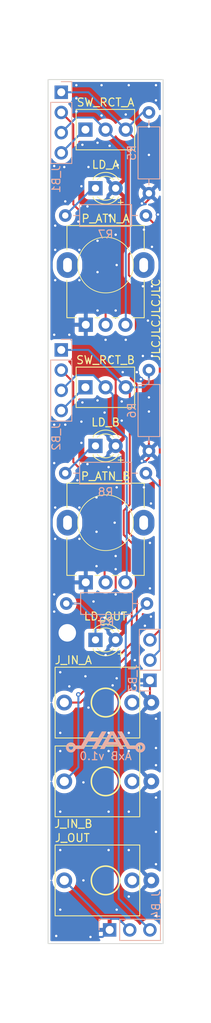
<source format=kicad_pcb>
(kicad_pcb (version 20240108) (generator "pcbnew") (generator_version "8.0")
  (title_block (rev "v1.0"))
  (layers (0 "F.Cu" signal) (31 "B.Cu" signal) (34 "B.Paste" user) (35 "F.Paste" user) (36 "B.SilkS" user "B.Silkscreen") (37 "F.SilkS" user "F.Silkscreen") (38 "B.Mask" user) (39 "F.Mask" user) (44 "Edge.Cuts" user))
  (net 0 "")
  (net 1 "GND")
  (net 2 "Net-(J_B4-Pin_2)")
  (net 3 "Net-(LD_OUT1-K)")
  (net 4 "Net-(J_B4-Pin_3)")
  (net 5 "Net-(J_B3-Pin_2)")
  (net 6 "Net-(LD_B1-K)")
  (net 7 "Net-(J_B3-Pin_3)")
  (net 8 "Net-(LD_A1-K)")
  (net 9 "Net-(J_B2-Pin_1)")
  (net 10 "Net-(J_B1-Pin_1)")
  (net 11 "Net-(J_B2-Pin_3)")
  (net 12 "Net-(J_B2-Pin_4)")
  (net 13 "Net-(J_B1-Pin_3)")
  (net 14 "Net-(J_B1-Pin_4)")
  (net 15 "Net-(J_B1-Pin_2)")
  (net 16 "Net-(J_B2-Pin_2)")
  (footprint "LED_THT:LED_D3.0mm_FlatTop" (layer "F.Cu") (at 62.225 41.91)
    (property "Reference" "LD_A" (at 1.27 -2.96 0) (layer "F.SilkS"))
    (property "Value" "LED (Bi)")
    (pad "1" thru_hole rect (at 0 0) (size 1.8 1.8) (drill 0.9) (layers "*.Cu" "*.Mask") (net 8 "Net-(LD_A1-K)"))
    (pad "2" thru_hole circle (at 2.54 0) (size 1.8 1.8) (drill 0.9) (layers "*.Cu" "*.Mask") (net 1 "GND"))
  )
  (footprint "Eurorack:PJ301M-12" (layer "F.Cu") (at 63.5 106.553 90)
    (property "Reference" "J_IN_A" (at 5.334 -4.064 0) (layer "F.SilkS"))
    (property "Value" "PJ301M-12" (hide yes))
    (pad "GND" thru_hole circle (at 0 5.766 90) (size 2 2) (drill 0.9) (layers "*.Cu" "*.Mask") (net 1 "GND"))
    (pad "SIG" thru_hole circle (at 0 -5.207 90) (size 2 2) (drill 1.15) (layers "*.Cu" "*.Mask") (net 10 "Net-(J_B1-Pin_1)"))
    (pad "SW" thru_hole circle (at 0 3.353 90) (size 2 2) (drill 1.14) (layers "*.Cu" "*.Mask"))
    (zone (net 0) (net_name "") (layer "F.Cu") (connect_pads (clearance 0)) (min_thickness 0.254)
      (keepout (tracks not_allowed) (vias not_allowed) (pads not_allowed) (copperpour not_allowed) (footprints allowed))
      (fill (thermal_gap 0.508) (thermal_bridge_width 0.508))
      (polygon (pts (xy 63.5 105.047859) (xy 63.254171 105.06807) (xy 63.014945 105.128159) (xy 62.788744 105.226514) (xy 62.581645 105.360492) (xy 62.39921 105.526496) (xy 62.246336 105.720068) (xy 62.127131 105.936008) (xy 62.044794 106.168518) (xy 62.001539 106.411354) (xy 61.998525 106.657993) (xy 62.035835 106.901813) (xy 62.112466 107.136266) (xy 62.22636 107.355054) (xy 62.374458 107.552303) (xy 62.552784 107.722714) (xy 62.756548 107.861712) (xy 62.980278 107.965564) (xy 63.217965 108.031481) (xy 63.463226 108.057692) (xy 63.709475 108.043493) (xy 63.950099 107.989266) (xy 64.178634 107.896468) (xy 64.388945 107.767589) (xy 64.575382 107.606092) (xy 64.732939 107.416313) (xy 64.857385 107.20335) (xy 64.945377 106.972921) (xy 64.994553 106.731215) (xy 65.003592 106.484722) (xy 64.97225 106.240064) (xy 64.90137 106.003809) (xy 64.792856 105.782303) (xy 64.649621 105.581495) (xy 64.475512 105.406777) (xy 64.275205 105.262842) (xy 64.054079 105.153555) (xy 63.818074 105.081851) (xy 63.573526 105.049656)))
    )
  )
  (footprint "LED_THT:LED_D3.0mm_FlatTop" (layer "F.Cu") (at 62.225 98.679)
    (property "Reference" "LD_OUT" (at 1.27 -2.96 0) (layer "F.SilkS"))
    (property "Value" "LED (Bi)")
    (pad "1" thru_hole rect (at 0 0) (size 1.8 1.8) (drill 0.9) (layers "*.Cu" "*.Mask") (net 3 "Net-(LD_OUT1-K)"))
    (pad "2" thru_hole circle (at 2.54 0) (size 1.8 1.8) (drill 0.9) (layers "*.Cu" "*.Mask") (net 1 "GND"))
  )
  (footprint "Eurorack:SPDT" (layer "F.Cu") (at 63.5 34.544 90)
    (property "Reference" "SW_RCT_A" (at 3.429 0 0) (layer "F.SilkS"))
    (property "Value" "SW_SPDT")
    (pad "1" thru_hole rect (at 0 -2.54 90) (size 1.8 1.8) (drill 1) (layers "*.Cu" "*.Mask") (net 14 "Net-(J_B1-Pin_4)"))
    (pad "2" thru_hole circle (at 0 0 90) (size 1.8 1.8) (drill 1) (layers "*.Cu" "*.Mask") (net 13 "Net-(J_B1-Pin_3)"))
    (pad "3" thru_hole circle (at 0 2.54 90) (size 1.8 1.8) (drill 1) (layers "*.Cu" "*.Mask") (net 10 "Net-(J_B1-Pin_1)"))
  )
  (footprint "Eurorack:PJ301M-12" (layer "F.Cu") (at 63.5 128.905 90)
    (property "Reference" "J_OUT" (at 5.334 -4.191 0) (layer "F.SilkS"))
    (property "Value" "PJ301M-12" (hide yes))
    (pad "GND" thru_hole circle (at 0 5.766 90) (size 2 2) (drill 0.9) (layers "*.Cu" "*.Mask") (net 1 "GND"))
    (pad "SIG" thru_hole circle (at 0 -5.207 90) (size 2 2) (drill 1.15) (layers "*.Cu" "*.Mask") (net 2 "Net-(J_B4-Pin_2)"))
    (pad "SW" thru_hole circle (at 0 3.353 90) (size 2 2) (drill 1.14) (layers "*.Cu" "*.Mask"))
    (zone (net 0) (net_name "") (layer "F.Cu") (connect_pads (clearance 0)) (min_thickness 0.254)
      (keepout (tracks not_allowed) (vias not_allowed) (pads not_allowed) (copperpour not_allowed) (footprints allowed))
      (fill (thermal_gap 0.508) (thermal_bridge_width 0.508))
      (polygon (pts (xy 63.5 127.399859) (xy 63.254171 127.42007) (xy 63.014945 127.480159) (xy 62.788744 127.578514) (xy 62.581645 127.712492) (xy 62.39921 127.878496) (xy 62.246336 128.072068) (xy 62.127131 128.288008) (xy 62.044794 128.520518) (xy 62.001539 128.763354) (xy 61.998525 129.009993) (xy 62.035835 129.253813) (xy 62.112466 129.488266) (xy 62.22636 129.707054) (xy 62.374458 129.904303) (xy 62.552784 130.074714) (xy 62.756548 130.213712) (xy 62.980278 130.317564) (xy 63.217965 130.383481) (xy 63.463226 130.409692) (xy 63.709475 130.395493) (xy 63.950099 130.341266) (xy 64.178634 130.248468) (xy 64.388945 130.119589) (xy 64.575382 129.958092) (xy 64.732939 129.768313) (xy 64.857385 129.55535) (xy 64.945377 129.324921) (xy 64.994553 129.083215) (xy 65.003592 128.836722) (xy 64.97225 128.592064) (xy 64.90137 128.355809) (xy 64.792856 128.134303) (xy 64.649621 127.933495) (xy 64.475512 127.758777) (xy 64.275205 127.614842) (xy 64.054079 127.505555) (xy 63.818074 127.433851) (xy 63.573526 127.401656)))
    )
  )
  (footprint "LED_THT:LED_D3.0mm_FlatTop" (layer "F.Cu") (at 62.225 74.295)
    (property "Reference" "LD_B" (at 1.27 -2.96 0) (layer "F.SilkS"))
    (property "Value" "LED (Bi)")
    (pad "1" thru_hole rect (at 0 0) (size 1.8 1.8) (drill 0.9) (layers "*.Cu" "*.Mask") (net 6 "Net-(LD_B1-K)"))
    (pad "2" thru_hole circle (at 2.54 0) (size 1.8 1.8) (drill 0.9) (layers "*.Cu" "*.Mask") (net 1 "GND"))
  )
  (footprint "Eurorack:M2 Screw Hole" (layer "F.Cu") (at 58.674 97.79)
    (property "Reference" "REF**" (hide yes))
    (property "Value" "M2 Screw Hole" (hide yes))
    (pad "" thru_hole circle (at 0 0) (size 3.8 3.8) (drill 2.2) (layers "*.Cu" "*.Mask") (net 1 "GND"))
  )
  (footprint "Eurorack:Potentiometer Alpha RD901F-40-00D" (layer "F.Cu") (at 63.5 51.5702 90)
    (property "Reference" "P_ATN_A" (at 5.8502 0 0) (layer "F.SilkS"))
    (property "Value" "B50k" (hide yes))
    (pad "" thru_hole oval (at 0.0052 -4.8 180) (size 2.72 3.24) (drill oval 1.1 1.8) (layers "*.Cu" "*.Mask"))
    (pad "" thru_hole oval (at 0.0052 4.8 180) (size 2.72 3.24) (drill oval 1.1 1.8) (layers "*.Cu" "*.Mask"))
    (pad "1" thru_hole rect (at -7.4948 -2.5 180) (size 1.8 1.8) (drill 1) (layers "*.Cu" "*.Mask") (net 1 "GND"))
    (pad "2" thru_hole circle (at -7.4948 0 180) (size 1.8 1.8) (drill 1) (layers "*.Cu" "*.Mask") (net 15 "Net-(J_B1-Pin_2)"))
    (pad "3" thru_hole circle (at -7.4948 2.5 180) (size 1.8 1.8) (drill 1) (layers "*.Cu" "*.Mask") (net 13 "Net-(J_B1-Pin_3)"))
  )
  (footprint "Eurorack:Potentiometer Alpha RD901F-40-00D" (layer "F.Cu") (at 63.5 83.9552 90)
    (property "Reference" "P_ATN_B" (at 5.8502 0 0) (layer "F.SilkS"))
    (property "Value" "B50k" (hide yes))
    (pad "" thru_hole oval (at 0.0052 -4.8 180) (size 2.72 3.24) (drill oval 1.1 1.8) (layers "*.Cu" "*.Mask"))
    (pad "" thru_hole oval (at 0.0052 4.8 180) (size 2.72 3.24) (drill oval 1.1 1.8) (layers "*.Cu" "*.Mask"))
    (pad "1" thru_hole rect (at -7.4948 -2.5 180) (size 1.8 1.8) (drill 1) (layers "*.Cu" "*.Mask") (net 1 "GND"))
    (pad "2" thru_hole circle (at -7.4948 0 180) (size 1.8 1.8) (drill 1) (layers "*.Cu" "*.Mask") (net 16 "Net-(J_B2-Pin_2)"))
    (pad "3" thru_hole circle (at -7.4948 2.5 180) (size 1.8 1.8) (drill 1) (layers "*.Cu" "*.Mask") (net 11 "Net-(J_B2-Pin_3)"))
  )
  (footprint "Eurorack:PJ301M-12" (layer "F.Cu") (at 63.5 116.459 90)
    (property "Reference" "J_IN_B" (at -5.334 -4.064 0) (layer "F.SilkS"))
    (property "Value" "PJ301M-12" (hide yes))
    (pad "GND" thru_hole circle (at 0 5.766 90) (size 2 2) (drill 0.9) (layers "*.Cu" "*.Mask") (net 1 "GND"))
    (pad "SIG" thru_hole circle (at 0 -5.207 90) (size 2 2) (drill 1.15) (layers "*.Cu" "*.Mask") (net 9 "Net-(J_B2-Pin_1)"))
    (pad "SW" thru_hole circle (at 0 3.353 90) (size 2 2) (drill 1.14) (layers "*.Cu" "*.Mask"))
    (zone (net 0) (net_name "") (layer "F.Cu") (connect_pads (clearance 0)) (min_thickness 0.254)
      (keepout (tracks not_allowed) (vias not_allowed) (pads not_allowed) (copperpour not_allowed) (footprints allowed))
      (fill (thermal_gap 0.508) (thermal_bridge_width 0.508))
      (polygon (pts (xy 63.5 114.953859) (xy 63.254171 114.97407) (xy 63.014945 115.034159) (xy 62.788744 115.132514) (xy 62.581645 115.266492) (xy 62.39921 115.432496) (xy 62.246336 115.626068) (xy 62.127131 115.842008) (xy 62.044794 116.074518) (xy 62.001539 116.317354) (xy 61.998525 116.563993) (xy 62.035835 116.807813) (xy 62.112466 117.042266) (xy 62.22636 117.261054) (xy 62.374458 117.458303) (xy 62.552784 117.628714) (xy 62.756548 117.767712) (xy 62.980278 117.871564) (xy 63.217965 117.937481) (xy 63.463226 117.963692) (xy 63.709475 117.949493) (xy 63.950099 117.895266) (xy 64.178634 117.802468) (xy 64.388945 117.673589) (xy 64.575382 117.512092) (xy 64.732939 117.322313) (xy 64.857385 117.10935) (xy 64.945377 116.878921) (xy 64.994553 116.637215) (xy 65.003592 116.390722) (xy 64.97225 116.146064) (xy 64.90137 115.909809) (xy 64.792856 115.688303) (xy 64.649621 115.487495) (xy 64.475512 115.312777) (xy 64.275205 115.168842) (xy 64.054079 115.059555) (xy 63.818074 114.987851) (xy 63.573526 114.955656)))
    )
  )
  (footprint "Eurorack:SPDT" (layer "F.Cu") (at 63.5 66.929 90)
    (property "Reference" "SW_RCT_B" (at 3.429 0 0) (layer "F.SilkS"))
    (property "Value" "SW_SPDT")
    (pad "1" thru_hole rect (at 0 -2.54 90) (size 1.8 1.8) (drill 1) (layers "*.Cu" "*.Mask") (net 12 "Net-(J_B2-Pin_4)"))
    (pad "2" thru_hole circle (at 0 0 90) (size 1.8 1.8) (drill 1) (layers "*.Cu" "*.Mask") (net 11 "Net-(J_B2-Pin_3)"))
    (pad "3" thru_hole circle (at 0 2.54 90) (size 1.8 1.8) (drill 1) (layers "*.Cu" "*.Mask") (net 9 "Net-(J_B2-Pin_1)"))
  )
  (footprint "Resistor_THT:R_Axial_DIN0207_L6.3mm_D2.5mm_P10.16mm_Horizontal" (layer "B.Cu") (at 58.42 77.724)
    (property "Reference" "R8" (at 5.08 2.37 0) (layer "B.SilkS") (effects (justify mirror)))
    (property "Value" "1k")
    (pad "1" thru_hole circle (at 0 0) (size 1.6 1.6) (drill 0.8) (layers "*.Cu" "*.Mask") (net 6 "Net-(LD_B1-K)"))
    (pad "2" thru_hole oval (at 10.16 0) (size 1.6 1.6) (drill 0.8) (layers "*.Cu" "*.Mask") (net 5 "Net-(J_B3-Pin_2)"))
  )
  (footprint "Resistor_THT:R_Axial_DIN0207_L6.3mm_D2.5mm_P10.16mm_Horizontal" (layer "B.Cu") (at 58.547 94.107)
    (property "Reference" "R9" (at 5.08 2.286 0) (layer "B.SilkS") (effects (justify mirror)))
    (property "Value" "1k")
    (pad "1" thru_hole circle (at 0 0) (size 1.6 1.6) (drill 0.8) (layers "*.Cu" "*.Mask") (net 3 "Net-(LD_OUT1-K)"))
    (pad "2" thru_hole oval (at 10.16 0) (size 1.6 1.6) (drill 0.8) (layers "*.Cu" "*.Mask") (net 4 "Net-(J_B4-Pin_3)"))
  )
  (footprint "Connector_PinHeader_2.54mm:PinHeader_1x04_P2.54mm_Vertical" (layer "B.Cu") (at 57.912 29.845 180)
    (property "Reference" "J_B1" (at 0.635 -10.922 -90) (layer "B.SilkS") (effects (justify mirror)))
    (property "Value" "Conn_01x04_Female")
    (pad "1" thru_hole rect (at 0 0 180) (size 1.7 1.7) (drill 1) (layers "*.Cu" "*.Mask") (net 10 "Net-(J_B1-Pin_1)"))
    (pad "2" thru_hole oval (at 0 -2.54 180) (size 1.7 1.7) (drill 1) (layers "*.Cu" "*.Mask") (net 15 "Net-(J_B1-Pin_2)"))
    (pad "3" thru_hole oval (at 0 -5.08 180) (size 1.7 1.7) (drill 1) (layers "*.Cu" "*.Mask") (net 13 "Net-(J_B1-Pin_3)"))
    (pad "4" thru_hole oval (at 0 -7.62 180) (size 1.7 1.7) (drill 1) (layers "*.Cu" "*.Mask") (net 14 "Net-(J_B1-Pin_4)"))
  )
  (footprint "Connector_PinHeader_2.54mm:PinHeader_1x04_P2.54mm_Vertical" (layer "B.Cu") (at 57.912 62.23 180)
    (property "Reference" "J_B2" (at 0.635 -10.922 -90) (layer "B.SilkS") (effects (justify mirror)))
    (property "Value" "Conn_01x04_Female")
    (pad "1" thru_hole rect (at 0 0 180) (size 1.7 1.7) (drill 1) (layers "*.Cu" "*.Mask") (net 9 "Net-(J_B2-Pin_1)"))
    (pad "2" thru_hole oval (at 0 -2.54 180) (size 1.7 1.7) (drill 1) (layers "*.Cu" "*.Mask") (net 16 "Net-(J_B2-Pin_2)"))
    (pad "3" thru_hole oval (at 0 -5.08 180) (size 1.7 1.7) (drill 1) (layers "*.Cu" "*.Mask") (net 11 "Net-(J_B2-Pin_3)"))
    (pad "4" thru_hole oval (at 0 -7.62 180) (size 1.7 1.7) (drill 1) (layers "*.Cu" "*.Mask") (net 12 "Net-(J_B2-Pin_4)"))
  )
  (footprint "Resistor_THT:R_Axial_DIN0207_L6.3mm_D2.5mm_P10.16mm_Horizontal" (layer "B.Cu") (at 68.961 74.93 90)
    (property "Reference" "R6" (at 5.08 -2.159 -90) (layer "B.SilkS") (effects (justify mirror)))
    (property "Value" "100k")
    (pad "1" thru_hole circle (at 0 0 90) (size 1.6 1.6) (drill 0.8) (layers "*.Cu" "*.Mask") (net 1 "GND"))
    (pad "2" thru_hole oval (at 10.16 0 90) (size 1.6 1.6) (drill 0.8) (layers "*.Cu" "*.Mask") (net 9 "Net-(J_B2-Pin_1)"))
  )
  (footprint "Connector_PinHeader_2.54mm:PinHeader_1x03_P2.54mm_Vertical" (layer "B.Cu") (at 64.008 135.128 -90)
    (property "Reference" "J_B4" (at -3.175 -5.842 -90) (layer "B.SilkS") (effects (justify mirror)))
    (property "Value" "Conn_01x03_Female")
    (pad "1" thru_hole rect (at 0 0 270) (size 1.7 1.7) (drill 1) (layers "*.Cu" "*.Mask") (net 1 "GND"))
    (pad "2" thru_hole oval (at 0 -2.54 270) (size 1.7 1.7) (drill 1) (layers "*.Cu" "*.Mask") (net 2 "Net-(J_B4-Pin_2)"))
    (pad "3" thru_hole oval (at 0 -5.08 270) (size 1.7 1.7) (drill 1) (layers "*.Cu" "*.Mask") (net 4 "Net-(J_B4-Pin_3)"))
  )
  (footprint "Logos:Avalon Harmonics Small 10mm" (layer "B.Cu") (at 63.5 111.506 180)
    (property "Reference" "G***" (hide yes))
    (property "Value" "LOGO" (hide yes))
  )
  (footprint "Resistor_THT:R_Axial_DIN0207_L6.3mm_D2.5mm_P10.16mm_Horizontal" (layer "B.Cu") (at 58.42 45.339)
    (property "Reference" "R7" (at 5.08 2.37 0) (layer "B.SilkS") (effects (justify mirror)))
    (property "Value" "1k")
    (pad "1" thru_hole circle (at 0 0) (size 1.6 1.6) (drill 0.8) (layers "*.Cu" "*.Mask") (net 8 "Net-(LD_A1-K)"))
    (pad "2" thru_hole oval (at 10.16 0) (size 1.6 1.6) (drill 0.8) (layers "*.Cu" "*.Mask") (net 7 "Net-(J_B3-Pin_3)"))
  )
  (footprint "Connector_PinHeader_2.54mm:PinHeader_1x03_P2.54mm_Vertical" (layer "B.Cu") (at 69.088 103.759)
    (property "Reference" "J_B3" (at -2.159 -0.254 90) (layer "B.SilkS") (effects (justify mirror)))
    (property "Value" "Conn_01x03_Female")
    (pad "1" thru_hole rect (at 0 0) (size 1.7 1.7) (drill 1) (layers "*.Cu" "*.Mask") (net 1 "GND"))
    (pad "2" thru_hole oval (at 0 -2.54) (size 1.7 1.7) (drill 1) (layers "*.Cu" "*.Mask") (net 5 "Net-(J_B3-Pin_2)"))
    (pad "3" thru_hole oval (at 0 -5.08) (size 1.7 1.7) (drill 1) (layers "*.Cu" "*.Mask") (net 7 "Net-(J_B3-Pin_3)"))
  )
  (footprint "Resistor_THT:R_Axial_DIN0207_L6.3mm_D2.5mm_P10.16mm_Horizontal" (layer "B.Cu") (at 68.961 42.545 90)
    (property "Reference" "R5" (at 5.08 -2.159 -90) (layer "B.SilkS") (effects (justify mirror)))
    (property "Value" "100k")
    (pad "1" thru_hole circle (at 0 0 90) (size 1.6 1.6) (drill 0.8) (layers "*.Cu" "*.Mask") (net 1 "GND"))
    (pad "2" thru_hole oval (at 10.16 0 90) (size 1.6 1.6) (drill 0.8) (layers "*.Cu" "*.Mask") (net 10 "Net-(J_B1-Pin_1)"))
  )
  (gr_rect (start 56.25 28.25) (end 70.75 136.85) (stroke (width 0.1)) (fill none) (layer "Edge.Cuts"))
  (gr_text "AxB v1.0" (at 63.5 113.284 0) (layer "B.SilkS") (effects (font (size 1 1)) (justify mirror)))
  (gr_text "JLCJLCJLCJLC" (at 69.85 58.42 90) (layer "F.SilkS") (effects (font (size 1 1))))
  (segment (start 64.77 65.913) (end 65.659 65.024) (width 0.25) (layer "F.Cu") (net 1))
  (segment (start 69.088 106.375) (end 69.266 106.553) (width 0.25) (layer "F.Cu") (net 1))
  (segment (start 64.77 92.964) (end 64.77 89.789) (width 0.25) (layer "F.Cu") (net 1))
  (segment (start 68.072 43.815) (end 68.453 43.815) (width 0.25) (layer "F.Cu") (net 1))
  (segment (start 64.77 67.945) (end 64.77 65.913) (width 0.25) (layer "F.Cu") (net 1))
  (segment (start 69.088 103.759) (end 69.088 106.375) (width 0.25) (layer "F.Cu") (net 1))
  (segment (start 68.961 74.93) (end 68.961 69.977) (width 0.25) (layer "F.Cu") (net 1))
  (segment (start 68.961 43.307) (end 68.961 42.545) (width 0.25) (layer "F.Cu") (net 1))
  (segment (start 68.072 76.2) (end 68.58 76.2) (width 0.25) (layer "F.Cu") (net 1))
  (segment (start 65.532 68.707) (end 64.77 67.945) (width 0.25) (layer "F.Cu") (net 1))
  (segment (start 68.58 76.2) (end 68.961 75.819) (width 0.25) (layer "F.Cu") (net 1))
  (segment (start 68.961 75.819) (end 68.961 74.93) (width 0.25) (layer "F.Cu") (net 1))
  (segment (start 68.453 43.815) (end 68.961 43.307) (width 0.25) (layer "F.Cu") (net 1))
  (via (at 67.183 101.219) (size 0.6) (drill 0.3) (layers "F.Cu" "B.Cu") (net 1))
  (via (at 63.881 120.269) (size 0.6) (drill 0.3) (layers "F.Cu" "B.Cu") (net 1))
  (via (at 69.088 92.202) (size 0.6) (drill 0.3) (layers "F.Cu" "B.Cu") (net 1))
  (via (at 60.579 68.834) (size 0.6) (drill 0.3) (layers "F.Cu" "B.Cu") (net 1))
  (via (at 68.961 68.199) (size 0.6) (drill 0.3) (layers "F.Cu" "B.Cu") (net 1))
  (via (at 65.532 68.707) (size 0.6) (drill 0.3) (layers "F.Cu" "B.Cu") (net 1))
  (via (at 62.992 28.956) (size 0.6) (drill 0.3) (layers "F.Cu" "B.Cu") (net 1))
  (via (at 63.373 70.104) (size 0.6) (drill 0.3) (layers "F.Cu" "B.Cu") (net 1))
  (via (at 62.484 52.451) (size 0.6) (drill 0.3) (layers "F.Cu" "B.Cu") (net 1))
  (via (at 62.357 80.772) (size 0.6) (drill 0.3) (layers "F.Cu" "B.Cu") (net 1))
  (via (at 62.484 36.195) (size 0.6) (drill 0.3) (layers "F.Cu" "B.Cu") (net 1))
  (via (at 57.15 53.467) (size 0.6) (drill 0.3) (layers "F.Cu" "B.Cu") (net 1))
  (via (at 60.452 41.656) (size 0.6) (drill 0.3) (layers "F.Cu" "B.Cu") (net 1))
  (via (at 60.452 73.914) (size 0.6) (drill 0.3) (layers "F.Cu" "B.Cu") (net 1))
  (via (at 57.15 82.042) (size 0.6) (drill 0.3) (layers "F.Cu" "B.Cu") (net 1))
  (via (at 68.072 43.815) (size 0.6) (drill 0.3) (layers "F.Cu" "B.Cu") (net 1))
  (via (at 63.5 100.584) (size 0.6) (drill 0.3) (layers "F.Cu" "B.Cu") (net 1))
  (via (at 69.85 30.861) (size 0.6) (drill 0.3) (layers "F.Cu" "B.Cu") (net 1))
  (via (at 61.595 136.017) (size 0.6) (drill 0.3) (layers "F.Cu" "B.Cu") (net 1))
  (via (at 66.421 130.937) (size 0.6) (drill 0.3) (layers "F.Cu" "B.Cu") (net 1))
  (via (at 69.342 62.992) (size 0.6) (drill 0.3) (layers "F.Cu" "B.Cu") (net 1))
  (via (at 68.834 58.547) (size 0.6) (drill 0.3) (layers "F.Cu" "B.Cu") (net 1))
  (via (at 60.96 103.251) (size 0.6) (drill 0.3) (layers "F.Cu" "B.Cu") (net 1))
  (via (at 60.198 49.657) (size 0.6) (drill 0.3) (layers "F.Cu" "B.Cu") (net 1))
  (via (at 62.484 57.277) (size 0.6) (drill 0.3) (layers "F.Cu" "B.Cu") (net 1))
  (via (at 68.326 79.502) (size 0.6) (drill 0.3) (layers "F.Cu" "B.Cu") (net 1))
  (via (at 68.326 47.117) (size 0.6) (drill 0.3) (layers "F.Cu" "B.Cu") (net 1))
  (via (at 66.421 110.363) (size 0.6) (drill 0.3) (layers "F.Cu" "B.Cu") (net 1))
  (via (at 58.293 39.243) (size 0.6) (drill 0.3) (layers "F.Cu" "B.Cu") (net 1))
  (via (at 69.088 86.487) (size 0.6) (drill 0.3) (layers "F.Cu" "B.Cu") (net 1))
  (via (at 59.944 78.613) (size 0.6) (drill 0.3) (layers "F.Cu" "B.Cu") (net 1))
  (via (at 60.198 53.467) (size 0.6) (drill 0.3) (layers "F.Cu" "B.Cu") (net 1))
  (via (at 63.373 95.885) (size 0.6) (drill 0.3) (layers "F.Cu" "B.Cu") (net 1))
  (via (at 67.945 65.913) (size 0.6) (drill 0.3) (layers "F.Cu" "B.Cu") (net 1))
  (via (at 57.785 120.269) (size 0.6) (drill 0.3) (layers "F.Cu" "B.Cu") (net 1))
  (via (at 66.04 60.96) (size 0.6) (drill 0.3) (layers "F.Cu" "B.Cu") (net 1))
  (via (at 64.389 104.394) (size 0.6) (drill 0.3) (layers "F.Cu" "B.Cu") (net 1))
  (via (at 66.421 120.269) (size 0.6) (drill 0.3) (layers "F.Cu" "B.Cu") (net 1))
  (via (at 68.961 34.163) (size 0.6) (drill 0.3) (layers "F.Cu" "B.Cu") (net 1))
  (via (at 61.214 76.581) (size 0.6) (drill 0.3) (layers "F.Cu" "B.Cu") (net 1))
  (via (at 59.817 28.956) (size 0.6) (drill 0.3) (layers "F.Cu" "B.Cu") (net 1))
  (via (at 57.15 85.979) (size 0.6) (drill 0.3) (layers "F.Cu" "B.Cu") (net 1))
  (via (at 68.072 76.2) (size 0.6) (drill 0.3) (layers "F.Cu" "B.Cu") (net 1))
  (via (at 57.023 92.964) (size 0.6) (drill 0.3) (layers "F.Cu" "B.Cu") (net 1))
  (via (at 64.77 89.789) (size 0.6) (drill 0.3) (layers "F.Cu" "B.Cu") (net 1))
  (via (at 66.421 112.649) (size 0.6) (drill 0.3) (layers "F.Cu" "B.Cu") (net 1))
  (via (at 60.706 128.905) (size 0.6) (drill 0.3) (layers "F.Cu" "B.Cu") (net 1))
  (via (at 61.341 107.188) (size 0.6) (drill 0.3) (layers "F.Cu" "B.Cu") (net 1))
  (via (at 58.928 60.325) (size 0.6) (drill 0.3) (layers "F.Cu" "B.Cu") (net 1))
  (via (at 63.881 112.649) (size 0.6) (drill 0.3) (layers "F.Cu" "B.Cu") (net 1))
  (via (at 58.42 71.628) (size 0.6) (drill 0.3) (layers "F.Cu" "B.Cu") (net 1))
  (via (at 59.817 30.607) (size 0.6) (drill 0.3) (layers "F.Cu" "B.Cu") (net 1))
  (via (at 58.42 43.561) (size 0.6) (drill 0.3) (layers "F.Cu" "B.Cu") (net 1))
  (via (at 68.199 54.229) (size 0.6) (drill 0.3) (layers "F.Cu" "B.Cu") (net 1))
  (via (at 61.976 93.853) (size 0.6) (drill 0.3) (layers "F.Cu" "B.Cu") (net 1))
  (via (at 60.198 82.042) (size 0.6) (drill 0.3) (layers "F.Cu" "B.Cu") (net 1))
  (via (at 60.198 85.979) (size 0.6) (drill 0.3) (layers "F.Cu" "B.Cu") (net 1))
  (via (at 63.881 125.095) (size 0.6) (drill 0.3) (layers "F.Cu" "B.Cu") (net 1))
  (via (at 61.214 44.196) (size 0.6) (drill 0.3) (layers "F.Cu" "B.Cu") (net 1))
  (via (at 57.023 95.123) (size 0.6) (drill 0.3) (layers "F.Cu" "B.Cu") (net 1))
  (via (at 60.071 46.101) (size 0.6) (drill 0.3) (layers "F.Cu" "B.Cu") (net 1))
  (via (at 62.357 89.408) (size 0.6) (drill 0.3) (layers "F.Cu" "B.Cu") (net 1))
  (via (at 63.881 110.363) (size 0.6) (drill 0.3) (layers "F.Cu" "B.Cu") (net 1))
  (via (at 60.579 36.449) (size 0.6) (drill 0.3) (layers "F.Cu" "B.Cu") (net 1))
  (via (at 68.961 69.977) (size 0.6) (drill 0.3) (layers "F.Cu" "B.Cu") (net 1))
  (via (at 57.785 132.588) (size 0.6) (drill 0.3) (layers "F.Cu" "B.Cu") (net 1))
  (via (at 65.532 95.377) (size 0.6) (drill 0.3) (layers "F.Cu" "B.Cu") (net 1))
  (via (at 57.023 60.325) (size 0.6) (drill 0.3) (layers "F.Cu" "B.Cu") (net 1))
  (via (at 62.357 85.09) (size 0.6) (drill 0.3) (layers "F.Cu" "B.Cu") (net 1))
  (via (at 57.023 71.628) (size 0.6) (drill 0.3) (layers "F.Cu" "B.Cu") (net 1))
  (via (at 64.77 47.752) (size 0.6) (drill 0.3) (layers "F.Cu" "B.Cu") (net 1))
  (via (at 64.897 51.562) (size 0.6) (drill 0.3) (layers "F.Cu" "B.Cu") (net 1))
  (via (at 64.77 57.277) (size 0.6) (drill 0.3) (layers "F.Cu" "B.Cu") (net 1))
  (via (at 64.897 132.588) (size 0.6) (drill 0.3) (layers "F.Cu" "B.Cu") (net 1))
  (via (at 60.706 116.586) (size 0.6) (drill 0.3) (layers "F.Cu" "B.Cu") (net 1))
  (via (at 68.961 37.719) (size 0.6) (drill 0.3) (layers "F.Cu" "B.Cu") (net 1))
  (via (at 64.77 88.138) (size 0.6) (drill 0.3) (layers "F.Cu" "B.Cu") (net 1))
  (via (at 69.215 81.534) (size 0.6) (drill 0.3) (layers "F.Cu" "B.Cu") (net 1))
  (via (at 69.342 54.229) (size 0.6) (drill 0.3) (layers "F.Cu" "B.Cu") (net 1))
  (via (at 68.199 62.992) (size 0.6) (drill 0.3) (layers "F.Cu" "B.Cu") (net 1))
  (via (at 64.008 45.339) (size 0.6) (drill 0.3) (layers "F.Cu" "B.Cu") (net 1))
  (via (at 57.023 76.454) (size 0.6) (drill 0.3) (layers "F.Cu" "B.Cu") (net 1))
  (via (at 62.484 48.514) (size 0.6) (drill 0.3) (layers "F.Cu" "B.Cu") (net 1))
  (via (at 68.453 96.901) (size 0.6) (drill 0.3) (layers "F.Cu" "B.Cu") (net 1))
  (via (at 58.928 104.521) (size 0.6) (drill 0.3) (layers "F.Cu" "B.Cu") (net 1))
  (via (at 69.85 112.268) (size 0.6) (drill 0.3) (layers "F.Cu" "B.Cu") (net 1))
  (via (at 69.85 122.809) (size 0.6) (drill 0.3) (layers "F.Cu" "B.Cu") (net 1))
  (via (at 65.659 65.024) (size 0.6) (drill 0.3) (layers "F.Cu" "B.Cu") (net 1))
  (via (at 57.15 46.609) (size 0.6) (drill 0.3) (layers "F.Cu" "B.Cu") (net 1))
  (via (at 70.104 45.212) (size 0.6) (drill 0.3) (layers "F.Cu" "B.Cu") (net 1))
  (via (at 69.85 126.873) (size 0.6) (drill 0.3) (layers "F.Cu" "B.Cu") (net 1))
  (via (at 69.342 49.276) (size 0.6) (drill 0.3) (layers "F.Cu" "B.Cu") (net 1))
  (via (at 57.785 112.649) (size 0.6) (drill 0.3) (layers "F.Cu" "B.Cu") (net 1))
  (via (at 64.77 92.964) (size 0.6) (drill 0.3) (layers "F.Cu" "B.Cu") (net 1))
  (via (at 62.484 68.58) (size 0.6) (drill 0.3) (layers "F.Cu" "B.Cu") (net 1))
  (via (at 66.421 28.956) (size 0.6) (drill 0.3) (layers "F.Cu" "B.Cu") (net 1))
  (via (at 57.785 125.095) (size 0.6) (drill 0.3) (layers "F.Cu" "B.Cu") (net 1))
  (via (at 69.215 95.758) (size 0.6) (drill 0.3) (layers "F.Cu" "B.Cu") (net 1))
  (via (at 67.183 104.394) (size 0.6) (drill 0.3) (layers "F.Cu" "B.Cu") (net 1))
  (via (at 62.992 32.766) (size 0.6) (drill 0.3) (layers "F.Cu" "B.Cu") (net 1))
  (via (at 64.643 83.947) (size 0.6) (drill 0.3) (layers "F.Cu" "B.Cu") (net 1))
  (via (at 61.341 39.243) (size 0.6) (drill 0.3) (layers "F.Cu" "B.Cu") (net 1))
  (via (at 63.5 60.96) (size 0.6) (drill 0.3) (layers "F.Cu" "B.Cu") (net 1))
  (via (at 57.023 39.116) (size 0.6) (drill 0.3) (layers "F.Cu" "B.Cu") (net 1))
  (via (at 63.881 76.962) (size 0.6) (drill 0.3) (layers "F.Cu" "B.Cu") (net 1))
  (via (at 64.008 36.576) (size 0.6) (drill 0.3) (layers "F.Cu" "B.Cu") (net 1))
  (via (at 69.85 108.585) (size 0.6) (drill 0.3) (layers "F.Cu" "B.Cu") (net 1))
  (via (at 69.85 114.427) (size 0.6) (drill 0.3) (layers "F.Cu" "B.Cu") (net 1))
  (via (at 69.85 28.956) (size 0.6) (drill 0.3) (layers "F.Cu" "B.Cu") (net 1))
  (via (at 57.785 110.363) (size 0.6) (drill 0.3) (layers "F.Cu" "B.Cu") (net 1))
  (via (at 65.024 38.989) (size 0.6) (drill 0.3) (layers "F.Cu" "B.Cu") (net 1))
  (via (at 64.897 103.505) (size 0.6) (drill 0.3) (layers "F.Cu" "B.Cu") (net 1))
  (via (at 66.04 32.639) (size 0.6) (drill 0.3) (layers "F.Cu" "B.Cu") (net 1))
  (via (at 57.785 102.743) (size 0.6) (drill 0.3) (layers "F.Cu" "B.Cu") (net 1))
  (via (at 57.15 49.657) (size 0.6) (drill 0.3) (layers "F.Cu" "B.Cu") (net 1))
  (via (at 57.277 135.89) (size 0.6) (drill 0.3) (layers "F.Cu" "B.Cu") (net 1))
  (via (at 64.008 63.119) (size 0.6) (drill 0.3) (layers "F.Cu" "B.Cu") (net 1))
  (via (at 69.85 118.491) (size 0.6) (drill 0.3) (layers "F.Cu" "B.Cu") (net 1))
  (via (at 67.437 65.024) (size 0.6) (drill 0.3) (layers "F.Cu" "B.Cu") (net 1))
  (via (at 64.897 79.502) (size 0.6) (drill 0.3) (layers "F.Cu" "B.Cu") (net 1))
  (via (at 65.532 71.12) (size 0.6) (drill 0.3) (layers "F.Cu" "B.Cu") (net 1))
  (via (at 59.817 32.258) (size 0.6) (drill 0.3) (layers "F.Cu" "B.Cu") (net 1))
  (via (at 69.85 133.35) (size 0.6) (drill 0.3) (layers "F.Cu" "B.Cu") (net 1))
  (via (at 60.452 71.247) (size 0.6) (drill 0.3) (layers "F.Cu" "B.Cu") (net 1))
  (via (at 66.421 125.095) (size 0.6) (drill 0.3) (layers "F.Cu" "B.Cu") (net 1))
  (segment (start 61.595 136.017) (end 63.119 136.017) (width 0.25) (layer "B.Cu") (net 1))
  (segment (start 67.183 104.394) (end 68.453 104.394) (width 0.25) (layer "B.Cu") (net 1))
  (segment (start 68.453 104.394) (end 69.088 103.759) (width 0.25) (layer "B.Cu") (net 1))
  (segment (start 63.119 136.017) (end 64.008 135.128) (width 0.25) (layer "B.Cu") (net 1))
  (segment (start 63.119 133.731) (end 58.293 128.905) (width 0.25) (layer "B.Cu") (net 2))
  (segment (start 66.548 135.128) (end 65.151 133.731) (width 0.25) (layer "B.Cu") (net 2))
  (segment (start 65.151 133.731) (end 63.119 133.731) (width 0.25) (layer "B.Cu") (net 2))
  (segment (start 62.225 96.134) (end 62.225 98.679) (width 0.25) (layer "B.Cu") (net 3))
  (segment (start 58.547 94.107) (end 60.198 94.107) (width 0.25) (layer "B.Cu") (net 3))
  (segment (start 60.198 94.107) (end 62.225 96.134) (width 0.25) (layer "B.Cu") (net 3))
  (segment (start 65.151 131.191) (end 65.151 105.791) (width 0.25) (layer "B.Cu") (net 4))
  (segment (start 66.04 96.774) (end 68.707 94.107) (width 0.25) (layer "B.Cu") (net 4))
  (segment (start 66.04 104.902) (end 66.04 96.774) (width 0.25) (layer "B.Cu") (net 4))
  (segment (start 65.151 105.791) (end 66.04 104.902) (width 0.25) (layer "B.Cu") (net 4))
  (segment (start 69.088 135.128) (end 65.151 131.191) (width 0.25) (layer "B.Cu") (net 4))
  (segment (start 70.325 79.469) (end 70.325 99.982) (width 0.25) (layer "B.Cu") (net 5))
  (segment (start 68.58 77.724) (end 70.325 79.469) (width 0.25) (layer "B.Cu") (net 5))
  (segment (start 70.325 99.982) (end 69.088 101.219) (width 0.25) (layer "B.Cu") (net 5))
  (segment (start 58.42 77.724) (end 61.849 74.295) (width 0.25) (layer "B.Cu") (net 6))
  (segment (start 62.225 73.919) (end 62.225 73.66) (width 0.25) (layer "B.Cu") (net 6))
  (segment (start 61.849 74.295) (end 62.225 74.295) (width 0.25) (layer "B.Cu") (net 6))
  (segment (start 70.325 97.442) (end 69.088 98.679) (width 0.25) (layer "F.Cu") (net 7))
  (segment (start 70.325 47.084) (end 70.325 97.442) (width 0.25) (layer "F.Cu") (net 7))
  (segment (start 68.58 45.339) (end 70.325 47.084) (width 0.25) (layer "F.Cu") (net 7))
  (segment (start 62.225 41.91) (end 61.849 41.91) (width 0.25) (layer "B.Cu") (net 8))
  (segment (start 62.23 41.529) (end 62.23 41.275) (width 0.25) (layer "B.Cu") (net 8))
  (segment (start 61.849 41.91) (end 58.42 45.339) (width 0.25) (layer "B.Cu") (net 8))
  (segment (start 65.786 85.471) (end 65.786 82.423) (width 0.25) (layer "F.Cu") (net 9))
  (segment (start 66.802 93.091) (end 67.31 92.583) (width 0.25) (layer "F.Cu") (net 9))
  (segment (start 66.548 67.437) (end 66.04 66.929) (width 0.25) (layer "F.Cu") (net 9))
  (segment (start 66.548 81.661) (end 66.548 67.437) (width 0.25) (layer "F.Cu") (net 9))
  (segment (start 60.325 105.537) (end 66.802 99.06) (width 0.25) (layer "F.Cu") (net 9))
  (segment (start 67.31 92.583) (end 67.31 86.995) (width 0.25) (layer "F.Cu") (net 9))
  (segment (start 67.31 86.995) (end 65.786 85.471) (width 0.25) (layer "F.Cu") (net 9))
  (segment (start 66.802 99.06) (end 66.802 93.091) (width 0.25) (layer "F.Cu") (net 9))
  (segment (start 60.071 105.537) (end 60.325 105.537) (width 0.25) (layer "F.Cu") (net 9))
  (segment (start 65.786 82.423) (end 66.548 81.661) (width 0.25) (layer "F.Cu") (net 9))
  (via (at 60.071 105.537) (size 0.6) (drill 0.3) (layers "F.Cu" "B.Cu") (net 9))
  (segment (start 68.326 66.929) (end 68.961 66.294) (width 0.25) (layer "B.Cu") (net 9))
  (segment (start 66.04 66.929) (end 68.326 66.929) (width 0.25) (layer "B.Cu") (net 9))
  (segment (start 60.071 105.537) (end 60.071 114.681) (width 0.25) (layer "B.Cu") (net 9))
  (segment (start 68.961 66.294) (end 68.961 64.77) (width 0.25) (layer "B.Cu") (net 9))
  (segment (start 61.341 62.23) (end 66.04 66.929) (width 0.25) (layer "B.Cu") (net 9))
  (segment (start 57.912 62.23) (end 61.341 62.23) (width 0.25) (layer "B.Cu") (net 9))
  (segment (start 60.071 114.681) (end 58.293 116.459) (width 0.25) (layer "B.Cu") (net 9))
  (segment (start 67.437 99.441) (end 67.437 93.391752) (width 0.25) (layer "F.Cu") (net 10))
  (segment (start 67.183 35.687) (end 66.04 34.544) (width 0.25) (layer "F.Cu") (net 10))
  (segment (start 67.183 81.915) (end 67.183 67.818) (width 0.25) (layer "F.Cu") (net 10))
  (segment (start 67.945 92.883752) (end 67.945 86.741) (width 0.25) (layer "F.Cu") (net 10))
  (segment (start 67.945 86.741) (end 66.421 85.217) (width 0.25) (layer "F.Cu") (net 10))
  (segment (start 66.675 64.516) (end 67.31 63.881) (width 0.25) (layer "F.Cu") (net 10))
  (segment (start 66.421 52.832) (end 66.421 50.229025) (width 0.25) (layer "F.Cu") (net 10))
  (segment (start 67.437 66.548) (end 66.675 65.786) (width 0.25) (layer "F.Cu") (net 10))
  (segment (start 66.421 82.677) (end 67.183 81.915) (width 0.25) (layer "F.Cu") (net 10))
  (segment (start 66.421 50.229025) (end 67.183 49.467025) (width 0.25) (layer "F.Cu") (net 10))
  (segment (start 67.31 53.721) (end 66.421 52.832) (width 0.25) (layer "F.Cu") (net 10))
  (segment (start 67.31 63.881) (end 67.31 53.721) (width 0.25) (layer "F.Cu") (net 10))
  (segment (start 66.421 85.217) (end 66.421 82.677) (width 0.25) (layer "F.Cu") (net 10))
  (segment (start 66.675 65.786) (end 66.675 64.516) (width 0.25) (layer "F.Cu") (net 10))
  (segment (start 67.183 49.467025) (end 67.183 35.687) (width 0.25) (layer "F.Cu") (net 10))
  (segment (start 67.437 93.391752) (end 67.945 92.883752) (width 0.25) (layer "F.Cu") (net 10))
  (segment (start 67.183 67.818) (end 67.437 67.564) (width 0.25) (layer "F.Cu") (net 10))
  (segment (start 67.437 67.564) (end 67.437 66.548) (width 0.25) (layer "F.Cu") (net 10))
  (segment (start 58.293 106.553) (end 60.325 106.553) (width 0.25) (layer "F.Cu") (net 10))
  (segment (start 60.325 106.553) (end 67.437 99.441) (width 0.25) (layer "F.Cu") (net 10))
  (segment (start 68.199 32.385) (end 68.961 32.385) (width 0.25) (layer "B.Cu") (net 10))
  (segment (start 57.912 29.845) (end 61.341 29.845) (width 0.25) (layer "B.Cu") (net 10))
  (segment (start 66.04 34.544) (end 68.199 32.385) (width 0.25) (layer "B.Cu") (net 10))
  (segment (start 61.341 29.845) (end 66.04 34.544) (width 0.25) (layer "B.Cu") (net 10))
  (segment (start 66.167 91.283) (end 66.167 73.259897) (width 0.25) (layer "B.Cu") (net 11))
  (segment (start 61.976 65.405) (end 63.5 66.929) (width 0.25) (layer "B.Cu") (net 11))
  (segment (start 66.167 73.259897) (end 64.389 71.481897) (width 0.25) (layer "B.Cu") (net 11))
  (segment (start 64.389 67.818) (end 63.5 66.929) (width 0.25) (layer "B.Cu") (net 11))
  (segment (start 57.912 67.31) (end 59.817 65.405) (width 0.25) (layer "B.Cu") (net 11))
  (segment (start 59.817 65.405) (end 61.976 65.405) (width 0.25) (layer "B.Cu") (net 11))
  (segment (start 66 91.45) (end 66.167 91.283) (width 0.25) (layer "B.Cu") (net 11))
  (segment (start 64.389 71.481897) (end 64.389 67.818) (width 0.25) (layer "B.Cu") (net 11))
  (segment (start 60.833 66.929) (end 57.912 69.85) (width 0.25) (layer "B.Cu") (net 12))
  (segment (start 60.96 66.929) (end 60.833 66.929) (width 0.25) (layer "B.Cu") (net 12))
  (segment (start 66 59.065) (end 66.04 59.025) (width 0.25) (layer "B.Cu") (net 13))
  (segment (start 59.817 33.02) (end 57.912 34.925) (width 0.25) (layer "B.Cu") (net 13))
  (segment (start 66.04 37.084) (end 63.5 34.544) (width 0.25) (layer "B.Cu") (net 13))
  (segment (start 61.976 33.02) (end 59.817 33.02) (width 0.25) (layer "B.Cu") (net 13))
  (segment (start 66.04 59.025) (end 66.04 37.084) (width 0.25) (layer "B.Cu") (net 13))
  (segment (start 63.5 34.544) (end 61.976 33.02) (width 0.25) (layer "B.Cu") (net 13))
  (segment (start 60.833 34.544) (end 60.96 34.544) (width 0.25) (layer "F.Cu") (net 14))
  (segment (start 60.833 34.544) (end 60.96 34.544) (width 0.25) (layer "B.Cu") (net 14))
  (segment (start 57.912 37.465) (end 60.833 34.544) (width 0.25) (layer "B.Cu") (net 14))
  (segment (start 59.436 33.909) (end 59.436 43.942) (width 0.25) (layer "F.Cu") (net 15))
  (segment (start 59.436 43.942) (end 63.5 48.006) (width 0.25) (layer "F.Cu") (net 15))
  (segment (start 57.912 32.385) (end 59.436 33.909) (width 0.25) (layer "F.Cu") (net 15))
  (segment (start 63.5 48.006) (end 63.5 59.065) (width 0.25) (layer "F.Cu") (net 15))
  (segment (start 59.436 76.327) (end 63.373 80.264) (width 0.25) (layer "F.Cu") (net 16))
  (segment (start 63.373 91.323) (end 63.5 91.45) (width 0.25) (layer "F.Cu") (net 16))
  (segment (start 63.373 80.264) (end 63.373 91.323) (width 0.25) (layer "F.Cu") (net 16))
  (segment (start 57.912 64.77) (end 59.436 66.294) (width 0.25) (layer "F.Cu") (net 16))
  (segment (start 59.436 66.294) (end 59.436 76.327) (width 0.25) (layer "F.Cu") (net 16))
  (zone (net 1) (net_name "GND") (layers "F&B.Cu") (connect_pads (clearance 0.5)) (min_thickness 0.25) (fill yes (thermal_gap 0.5) (thermal_bridge_width 0.5))
    (polygon (pts (xy 55.88 27.813) (xy 71.12 27.813) (xy 71.12 137.033) (xy 55.88 137.033)))
  )
)
</source>
